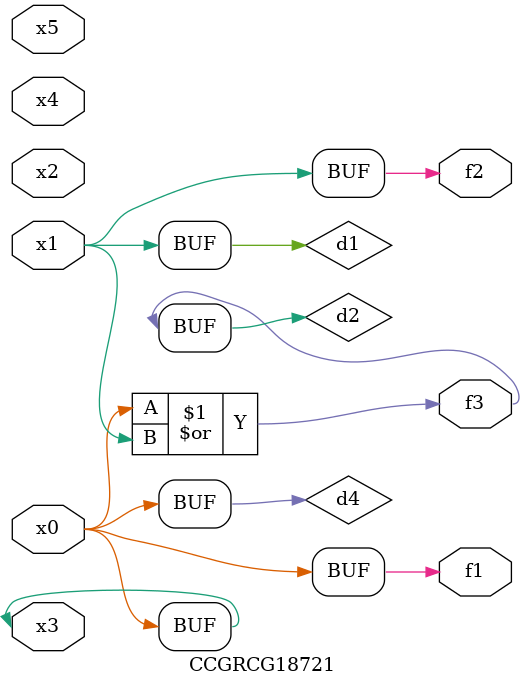
<source format=v>
module CCGRCG18721(
	input x0, x1, x2, x3, x4, x5,
	output f1, f2, f3
);

	wire d1, d2, d3, d4;

	and (d1, x1);
	or (d2, x0, x1);
	nand (d3, x0, x5);
	buf (d4, x0, x3);
	assign f1 = d4;
	assign f2 = d1;
	assign f3 = d2;
endmodule

</source>
